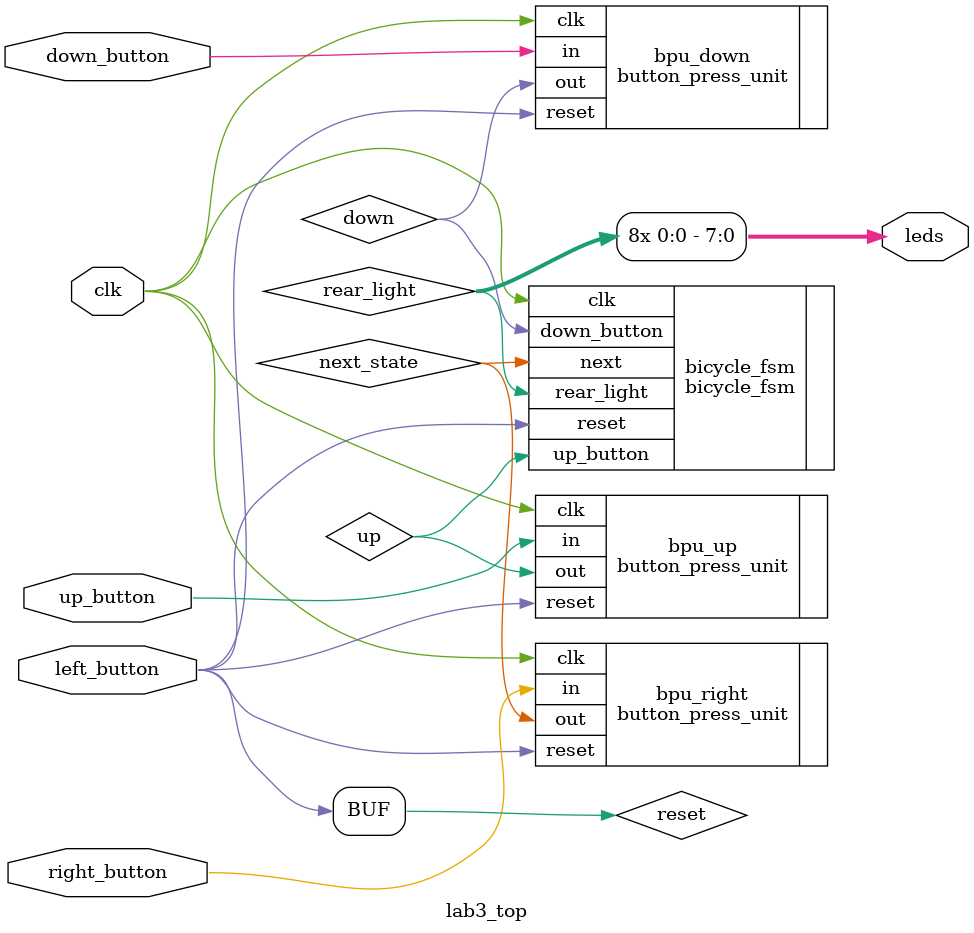
<source format=v>

module lab3_top (
    input clk,
    input left_button, right_button, up_button, down_button,
    output wire [7:0] leds
);  

    wire reset = left_button; // left button pushed to reset
    wire next_state;          // right button pushed to go to the next state
    wire up;                  // up button pushed to increment speed modifier
    wire down;                // down button pushed to decrement speed modifier

    wire rear_light;
    assign leds = {8{rear_light}}; // a really bright light!

    // *************************************************************************
    // Button press units: synchronize, debouce and one-pulse button presses
    // *************************************************************************

    /* For simulation, you'll want to comment out the button press units (since
     * they count for several ms to debounce the switch) and uncomment the
     * assignments.  For the hardware, we need the synchronization, debouncing,
     * and one-pulsing of the button_press_unit, so comment out the assignment
     * and uncomment the instantiations before synthesizing.
     */

    // Uncomment instantiations for synthesis
    
    button_press_unit bpu_right(
        .clk(clk),
        .reset(reset),
        .in(right_button),
        .out(next_state)
    );
    button_press_unit bpu_up(
        .clk(clk),
        .reset(reset),
        .in(up_button),
        .out(up)
    );
    button_press_unit bpu_down(
        .clk(clk),
        .reset(reset),
        .in(down_button),
        .out(down)
    );
    

    // Comment out these assignments for synthesis;
    // leave them in during simulation
/*    assign next_state = right_button;
    assign up = up_button;
    assign down = down_button;*/

    // *************************************************************************
    // Bicycle FSM -- to be completed
    // *************************************************************************

    bicycle_fsm bicycle_fsm(
        .clk(clk),
        .reset(reset),
        .up_button(up),
        .down_button(down),
        .next(next_state),
        .rear_light(rear_light)
    );

endmodule

</source>
